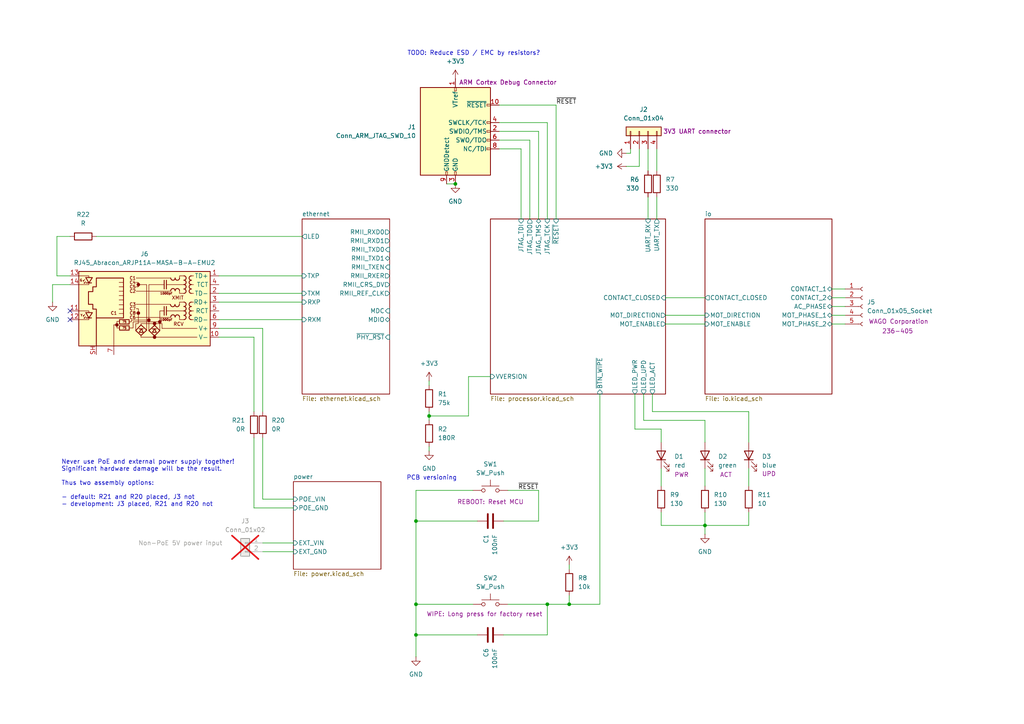
<source format=kicad_sch>
(kicad_sch (version 20250114) (generator "eeschema") (generator_version "9.0")
  (paper "A4")
  (title_block (title "iot-contact"))
  (lib_symbols
    (symbol "Connector:Conn_01x05_Socket" (pin_names (offset 1.016) (hide yes))
      (property "Reference" "J" (at 0 7.62 0))
      (property "Value" "Conn_01x05_Socket" (at 0 -7.62 0))
      (symbol "Conn_01x05_Socket_1_1"
        (polyline (pts (xy -1.27 5.08) (xy -0.508 5.08)) (stroke (width 0.1524)))
        (polyline (pts (xy -1.27 2.54) (xy -0.508 2.54)) (stroke (width 0.1524)))
        (polyline (pts (xy -1.27 0) (xy -0.508 0)) (stroke (width 0.1524)))
        (polyline (pts (xy -1.27 -2.54) (xy -0.508 -2.54)) (stroke (width 0.1524)))
        (polyline (pts (xy -1.27 -5.08) (xy -0.508 -5.08)) (stroke (width 0.1524)))
        (arc (start 0 4.572) (mid -0.5058 5.08) (end 0 5.588) (stroke (width 0.1524)))
        (arc (start 0 2.032) (mid -0.5058 2.54) (end 0 3.048) (stroke (width 0.1524)))
        (arc (start 0 -0.508) (mid -0.5058 0) (end 0 0.508) (stroke (width 0.1524)))
        (arc (start 0 -3.048) (mid -0.5058 -2.54) (end 0 -2.032) (stroke (width 0.1524)))
        (arc (start 0 -5.588) (mid -0.5058 -5.08) (end 0 -4.572) (stroke (width 0.1524)))
        (pin passive line (at -5.08 5.08 0) (length 3.81) (name "Pin_1") (number "1"))
        (pin passive line (at -5.08 2.54 0) (length 3.81) (name "Pin_2") (number "2"))
        (pin passive line (at -5.08 0 0) (length 3.81) (name "Pin_3") (number "3"))
        (pin passive line (at -5.08 -2.54 0) (length 3.81) (name "Pin_4") (number "4"))
        (pin passive line (at -5.08 -5.08 0) (length 3.81) (name "Pin_5") (number "5"))
      )
    )
    (symbol "Connector:Conn_ARM_JTAG_SWD_10" (pin_names (offset 1.016))
      (property "Reference" "J" (at -2.54 16.51 0))
      (property "Value" "Conn_ARM_JTAG_SWD_10" (at -2.54 13.97 0))
      (symbol "Conn_ARM_JTAG_SWD_10_0_1"
        (rectangle (start -10.16 12.7) (end 10.16 -12.7) (stroke (width 0.254)) (fill (type background)))
        (rectangle (start -2.794 -12.7) (end -2.286 -11.684))
        (rectangle (start -0.254 12.7) (end 0.254 11.684))
        (rectangle (start -0.254 -12.7) (end 0.254 -11.684))
        (rectangle (start 9.144 2.286) (end 10.16 2.794))
        (rectangle (start 10.16 7.874) (end 9.144 7.366))
        (rectangle (start 10.16 -0.254) (end 9.144 0.254))
        (rectangle (start 10.16 -2.794) (end 9.144 -2.286))
      )
      (symbol "Conn_ARM_JTAG_SWD_10_1_1"
        (rectangle (start 9.144 -5.334) (end 10.16 -4.826))
        (pin no_connect line (at -10.16 0 0) (length 2.54) (hide yes) (name "KEY") (number "7"))
        (pin passive line (at -2.54 -15.24 90) (length 2.54) (name "GNDDetect") (number "9"))
        (pin power_in line (at 0 15.24 270) (length 2.54) (name "VTref") (number "1"))
        (pin power_in line (at 0 -15.24 90) (length 2.54) (name "GND") (number "3"))
        (pin passive line (at 0 -15.24 90) (length 2.54) (hide yes) (name "GND") (number "5"))
        (pin open_collector line (at 12.7 7.62 180) (length 2.54) (name "~{RESET}") (number "10"))
        (pin output line (at 12.7 2.54 180) (length 2.54) (name "SWCLK/TCK") (number "4"))
        (pin bidirectional line (at 12.7 0 180) (length 2.54) (name "SWDIO/TMS") (number "2"))
        (pin input line (at 12.7 -2.54 180) (length 2.54) (name "SWO/TDO") (number "6"))
        (pin output line (at 12.7 -5.08 180) (length 2.54) (name "NC/TDI") (number "8"))
      )
    )
    (symbol "Connector:RJ45_Abracon_ARJP11A-MASA-B-A-EMU2"
      (property "Reference" "J" (at 18.415 12.7 0))
      (property "Value" "RJ45_Abracon_ARJP11A-MASA-B-A-EMU2" (at -4.445 12.7 0))
      (symbol "RJ45_Abracon_ARJP11A-MASA-B-A-EMU2_0_0"
        (polyline (pts (xy -5.08 8.89) (xy -5.08 6.35)) (stroke (width 0.254)))
        (polyline (pts (xy -5.08 1.27) (xy -5.08 -1.27)) (stroke (width 0.254)))
        (polyline (pts (xy -4.445 8.89) (xy -4.445 6.35)) (stroke (width 0.254)))
        (polyline (pts (xy -4.445 1.27) (xy -4.445 -1.27)) (stroke (width 0.254)))
        (circle (center -3.175 -3.175) (radius 0.0001) (stroke (width 0.508)))
        (circle (center -1.651 -3.683) (radius 0.0001) (stroke (width 0.508)))
        (circle (center -1.651 -7.62) (radius 0.0001) (stroke (width 0.508)))
        (circle (center 0 -2.667) (radius 0.0001) (stroke (width 0.508)))
        (circle (center 3.048 7.62) (radius 0.0001) (stroke (width 0.508)))
        (circle (center 3.048 -0.635) (radius 0.0001) (stroke (width 0.508)))
        (polyline (pts (xy 3.683 8.255) (xy 3.048 8.255) (xy 3.048 6.985) (xy 3.683 6.985)))
        (polyline (pts (xy 3.683 0.635) (xy 3.048 0.635) (xy 3.048 -0.635) (xy 3.683 -0.635)))
        (polyline (pts (xy 8.636 -4.953) (xy 9.271 -4.953) (xy 9.271 -3.048) (xy 8.636 -3.048)))
        (polyline (pts (xy 9.271 -4.064) (xy 10.16 -4.064)))
        (circle (center 9.271 -4.064) (radius 0.0001) (stroke (width 0.508)))
        (polyline (pts (xy 17.399 9.652) (xy 17.399 10.16) (xy 20.32 10.16)))
        (polyline (pts (xy 17.399 -0.508) (xy 17.399 0) (xy 20.32 0)))
        (polyline (pts (xy 20.32 7.62) (xy 17.399 7.62) (xy 17.399 8.128)))
        (polyline (pts (xy 20.32 -2.54) (xy 17.399 -2.54) (xy 17.399 -2.032)))
        (text "XMIT" (at -10.16 3.81 0) (effects (font (size 1.016 1.016)) (justify left)))
        (text "RCV" (at -10.16 -3.81 0) (effects (font (size 1.016 1.016)) (justify left)))
        (text "C1" (at 4.699 9.525 0) (effects (font (size 0.889 0.889))))
        (text "C4" (at 4.699 8.255 0) (effects (font (size 0.889 0.889))))
        (text "C5" (at 4.699 6.985 0) (effects (font (size 0.889 0.889))))
        (text "C2" (at 4.699 5.715 0) (effects (font (size 0.889 0.889))))
        (text "C3" (at 4.699 1.905 0) (effects (font (size 0.889 0.889))))
        (text "C7" (at 4.699 0.635 0) (effects (font (size 0.889 0.889))))
        (text "C8" (at 4.699 -0.635 0) (effects (font (size 0.889 0.889))))
        (text "C6" (at 4.699 -1.905 0) (effects (font (size 0.889 0.889))))
        (text "C1" (at 10.16 -0.635 0) (effects (font (size 0.889 0.889))))
      )
      (symbol "RJ45_Abracon_ARJP11A-MASA-B-A-EMU2_0_1"
        (rectangle (start -17.78 11.43) (end 20.32 -10.16) (stroke (width 0.254)) (fill (type background)))
        (polyline (pts (xy -12.3163 10.16) (xy -12.9513 10.16)))
        (polyline (pts (xy -12.3163 7.62) (xy -12.9513 7.62)))
        (polyline (pts (xy -12.3163 5.08) (xy -12.9513 5.08)))
        (polyline (pts (xy -12.3163 2.54) (xy -12.9513 2.54)))
        (polyline (pts (xy -12.3163 0) (xy -12.9513 0)))
        (polyline (pts (xy -12.3163 -2.54) (xy -12.9513 -2.54)))
        (polyline (pts (xy -10.16 10.16) (xy -8.89 10.16) (xy -8.89 9.525)))
        (polyline (pts (xy -10.16 2.54) (xy -8.89 2.54) (xy -8.89 1.905)))
        (polyline (pts (xy -8.89 5.715) (xy -8.89 5.08) (xy -10.16 5.08)))
        (polyline (pts (xy -8.89 -1.905) (xy -8.89 -2.54) (xy -10.16 -2.54)))
        (polyline (pts (xy -6.35 9.525) (xy 3.683 9.525)))
        (polyline (pts (xy -6.35 5.715) (xy 3.683 5.715)))
        (polyline (pts (xy -6.35 -1.905) (xy 3.683 -1.905)))
        (polyline (pts (xy -6.223 1.905) (xy 3.683 1.905)))
        (polyline (pts (xy -5.08 7.62) (xy -10.16 7.62)))
        (polyline (pts (xy -5.08 0) (xy -10.16 0)))
        (polyline (pts (xy -4.445 7.62) (xy 0 7.62) (xy 0 -5.715)))
        (polyline (pts (xy -4.445 0) (xy -3.175 0) (xy -3.175 -5.715)))
        (polyline (pts (xy 7.366 5.715) (xy 8.636 5.715)))
        (polyline (pts (xy 7.366 4.445) (xy 8.636 4.445)))
        (polyline (pts (xy 7.366 3.175) (xy 8.636 3.175)))
        (polyline (pts (xy 7.366 1.778) (xy 8.636 1.778)))
        (polyline (pts (xy 7.366 0.508) (xy 8.636 0.508)))
        (polyline (pts (xy 8.636 8.255) (xy 7.366 8.255)))
        (polyline (pts (xy 8.636 6.985) (xy 7.366 6.985)))
        (polyline (pts (xy 8.636 -0.762) (xy 7.366 -0.762)))
      )
      (symbol "RJ45_Abracon_ARJP11A-MASA-B-A-EMU2_1_0"
        (text "1000pF" (at -5.08 5.08 0) (effects (font (size 0.635 0.635))))
        (text "1000pF" (at -5.08 -2.54 0) (effects (font (size 0.635 0.635))))
      )
      (symbol "RJ45_Abracon_ARJP11A-MASA-B-A-EMU2_1_1"
        (polyline (pts (xy -13.97 -5.08) (xy -3.81 -5.08)))
        (polyline (pts (xy -13.97 -7.62) (xy 2.286 -7.62)))
        (arc (start -12.3163 2.54) (mid -11.684 1.905) (end -12.3163 1.27) (stroke (width 0.254)))
        (arc (start -12.3136 10.16) (mid -11.6813 9.525) (end -12.3136 8.89) (stroke (width 0.254)))
        (arc (start -12.3136 1.27) (mid -11.6813 0.635) (end -12.3136 0) (stroke (width 0.254)))
        (arc (start -12.3136 0) (mid -11.6813 -0.635) (end -12.3136 -1.27) (stroke (width 0.254)))
        (arc (start -12.3136 -1.27) (mid -11.6813 -1.905) (end -12.3136 -2.54) (stroke (width 0.254)))
        (arc (start -12.3109 8.89) (mid -11.6786 8.255) (end -12.3109 7.62) (stroke (width 0.254)))
        (arc (start -12.3109 7.62) (mid -11.6786 6.985) (end -12.3109 6.35) (stroke (width 0.254)))
        (arc (start -12.3109 6.35) (mid -11.6786 5.715) (end -12.3109 5.08) (stroke (width 0.254)))
        (arc (start -10.1654 8.89) (mid -10.7977 9.525) (end -10.1654 10.16) (stroke (width 0.254)))
        (arc (start -10.1654 7.62) (mid -10.7977 8.255) (end -10.1654 8.89) (stroke (width 0.254)))
        (arc (start -10.1654 6.35) (mid -10.7977 6.985) (end -10.1654 7.62) (stroke (width 0.254)))
        (arc (start -10.1654 1.27) (mid -10.7977 1.905) (end -10.1654 2.54) (stroke (width 0.254)))
        (arc (start -10.1654 0) (mid -10.7977 0.635) (end -10.1654 1.27) (stroke (width 0.254)))
        (arc (start -10.1654 -1.27) (mid -10.7977 -0.635) (end -10.1654 0) (stroke (width 0.254)))
        (arc (start -10.1627 5.08) (mid -10.795 5.715) (end -10.1627 6.35) (stroke (width 0.254)))
        (arc (start -10.1627 -2.54) (mid -10.795 -1.905) (end -10.1627 -1.27) (stroke (width 0.254)))
        (arc (start -7.62 9.5223) (mid -8.255 8.89) (end -8.89 9.5223) (stroke (width 0.254)))
        (arc (start -8.89 5.8447) (mid -8.255 6.477) (end -7.62 5.8447) (stroke (width 0.254)))
        (arc (start -8.89 -1.7753) (mid -8.255 -1.143) (end -7.62 -1.7753) (stroke (width 0.254)))
        (arc (start -7.5565 1.8388) (mid -8.1915 1.2065) (end -8.8265 1.8388) (stroke (width 0.254)))
        (arc (start -6.35 9.525) (mid -6.985 8.8927) (end -7.62 9.525) (stroke (width 0.254)))
        (arc (start -7.62 5.8474) (mid -6.985 6.4797) (end -6.35 5.8474) (stroke (width 0.254)))
        (arc (start -7.62 -1.7726) (mid -6.985 -1.1403) (end -6.35 -1.7726) (stroke (width 0.254)))
        (arc (start -6.2865 1.8415) (mid -6.9215 1.2092) (end -7.5565 1.8415) (stroke (width 0.254)))
        (polyline (pts (xy -3.81 -5.08) (xy -3.81 -3.683) (xy -1.651 -3.683)))
        (polyline (pts (xy -2.159 -5.207) (xy -1.016 -5.207)) (stroke (width 0.254)))
        (polyline (pts (xy -2.159 -6.223) (xy -1.016 -6.223) (xy -1.651 -5.207) (xy -2.159 -6.223)) (stroke (width 0.254)))
        (polyline (pts (xy -1.905 -3.683) (xy -1.651 -3.683) (xy -1.651 -4.191)))
        (polyline (pts (xy -1.651 -3.683) (xy 2.286 -3.683) (xy 2.286 -4.064)))
        (polyline (pts (xy -1.651 -4.191) (xy -3.175 -5.715) (xy -1.651 -7.239) (xy 0 -5.715) (xy -1.651 -4.191)) (stroke (width 0.254)))
        (polyline (pts (xy -1.651 -7.239) (xy -1.651 -7.493)))
        (polyline (pts (xy 1.651 -5.207) (xy 2.794 -5.207)) (stroke (width 0.254)))
        (polyline (pts (xy 1.651 -6.223) (xy 2.794 -6.223) (xy 2.159 -5.207) (xy 1.651 -6.223)) (stroke (width 0.254)))
        (polyline (pts (xy 2.286 -4.064) (xy 0.635 -5.588) (xy 2.286 -7.112) (xy 3.81 -5.715) (xy 2.286 -4.064)) (stroke (width 0.254)))
        (polyline (pts (xy 2.286 -7.112) (xy 2.286 -7.62)))
        (polyline (pts (xy 3.048 7.62) (xy 0.635 7.62) (xy 0.635 -5.588)))
        (polyline (pts (xy 3.048 -0.508) (xy 3.048 -3.683) (xy 3.81 -3.683) (xy 3.81 -5.715)))
        (polyline (pts (xy 5.715 -3.175) (xy 5.08 -3.175) (xy 5.08 -2.667) (xy 0 -2.667)))
        (polyline (pts (xy 5.715 -4.953) (xy 4.572 -4.953) (xy 4.572 -3.175) (xy -3.175 -3.175)))
        (polyline (pts (xy 7.366 -2.032) (xy 7.366 9.525) (xy 15.24 9.525) (xy 15.24 6.985) (xy 16.256 6.985) (xy 16.256 5.588) (xy 17.526 5.588) (xy 17.526 1.905) (xy 16.256 1.905) (xy 16.256 0.508) (xy 15.24 0.508) (xy 15.24 -2.032) (xy 7.366 -2.032)) (stroke (width 0.254)))
        (rectangle (start 8.509 -3.81) (end 5.715 -2.54) (stroke (width 0.254)))
        (rectangle (start 8.509 -5.588) (end 5.715 -4.318) (stroke (width 0.254)))
        (polyline (pts (xy 10.16 -4.064) (xy 10.16 -10.16)))
        (polyline (pts (xy 15.24 -10.16) (xy 15.24 -2.032)) (stroke (width 0.254)))
        (polyline (pts (xy 18.161 8.128) (xy 16.637 8.128)) (stroke (width 0.254)))
        (polyline (pts (xy 18.161 -2.032) (xy 16.637 -2.032)) (stroke (width 0.254)))
        (polyline (pts (xy 18.288 9.652) (xy 16.383 9.652) (xy 17.399 8.128) (xy 18.288 9.652)) (stroke (width 0.254)))
        (polyline (pts (xy 18.288 8.509) (xy 18.796 8.001) (xy 18.542 8.001)))
        (polyline (pts (xy 18.288 -0.508) (xy 16.383 -0.508) (xy 17.399 -2.032) (xy 18.288 -0.508)) (stroke (width 0.254)))
        (polyline (pts (xy 18.288 -1.651) (xy 18.796 -2.159) (xy 18.542 -2.159)))
        (polyline (pts (xy 18.542 9.144) (xy 19.05 8.636) (xy 18.796 8.636)))
        (polyline (pts (xy 18.542 -1.016) (xy 19.05 -1.524) (xy 18.796 -1.524)))
        (polyline (pts (xy 18.796 8.001) (xy 18.796 8.255)))
        (polyline (pts (xy 18.796 -2.159) (xy 18.796 -1.905)))
        (polyline (pts (xy 19.05 8.636) (xy 19.05 8.89)))
        (polyline (pts (xy 19.05 -1.524) (xy 19.05 -1.27)))
        (text "75" (at 7.112 -3.175 0) (effects (font (size 0.635 0.635))))
        (text "75" (at 7.112 -4.953 0) (effects (font (size 0.635 0.635))))
        (text "Y" (at 19.558 -1.27 0) (effects (font (size 0.635 0.635))))
        (text "G" (at 19.685 8.89 0) (effects (font (size 0.635 0.635))))
        (pin passive line (at -20.32 10.16 0) (length 2.54) (name "TD+") (number "1"))
        (pin passive line (at -20.32 7.62 0) (length 2.54) (name "TCT") (number "4"))
        (pin passive line (at -20.32 5.08 0) (length 2.54) (name "TD-") (number "2"))
        (pin passive line (at -20.32 2.54 0) (length 2.54) (name "RD+") (number "3"))
        (pin passive line (at -20.32 0 0) (length 2.54) (name "RCT") (number "5"))
        (pin passive line (at -20.32 -2.54 0) (length 2.54) (name "RD-") (number "6"))
        (pin power_out line (at -20.32 -5.08 0) (length 2.54) (name "V+") (number "9"))
        (pin power_out line (at -20.32 -7.62 0) (length 2.54) (name "V-") (number "10"))
        (pin power_in line (at 10.16 -12.7 90) (length 2.54) (name "") (number "7"))
        (pin passive line (at 15.24 -12.7 90) (length 2.54) (name "") (number "SH"))
        (pin no_connect line (at 20.32 5.08 0) (length 0) (hide yes) (name "NC") (number "8"))
        (pin passive line (at 22.86 10.16 180) (length 2.54) (name "") (number "13"))
        (pin passive line (at 22.86 7.62 180) (length 2.54) (name "") (number "14"))
        (pin passive line (at 22.86 0 180) (length 2.54) (name "") (number "11"))
        (pin passive line (at 22.86 -2.54 180) (length 2.54) (name "") (number "12"))
      )
    )
    (symbol "Connector_Generic:Conn_01x02" (pin_names (offset 1.016) (hide yes))
      (property "Reference" "J" (at 0 2.54 0))
      (property "Value" "Conn_01x02" (at 0 -5.08 0))
      (symbol "Conn_01x02_1_1"
        (rectangle (start -1.27 1.27) (end 1.27 -3.81) (stroke (width 0.254)) (fill (type background)))
        (rectangle (start -1.27 0.127) (end 0 -0.127) (stroke (width 0.1524)))
        (rectangle (start -1.27 -2.413) (end 0 -2.667) (stroke (width 0.1524)))
        (pin passive line (at -5.08 0 0) (length 3.81) (name "Pin_1") (number "1"))
        (pin passive line (at -5.08 -2.54 0) (length 3.81) (name "Pin_2") (number "2"))
      )
    )
    (symbol "Connector_Generic:Conn_01x04" (pin_names (offset 1.016) (hide yes))
      (property "Reference" "J" (at 0 5.08 0))
      (property "Value" "Conn_01x04" (at 0 -7.62 0))
      (symbol "Conn_01x04_1_1"
        (rectangle (start -1.27 3.81) (end 1.27 -6.35) (stroke (width 0.254)) (fill (type background)))
        (rectangle (start -1.27 2.667) (end 0 2.413) (stroke (width 0.1524)))
        (rectangle (start -1.27 0.127) (end 0 -0.127) (stroke (width 0.1524)))
        (rectangle (start -1.27 -2.413) (end 0 -2.667) (stroke (width 0.1524)))
        (rectangle (start -1.27 -4.953) (end 0 -5.207) (stroke (width 0.1524)))
        (pin passive line (at -5.08 2.54 0) (length 3.81) (name "Pin_1") (number "1"))
        (pin passive line (at -5.08 0 0) (length 3.81) (name "Pin_2") (number "2"))
        (pin passive line (at -5.08 -2.54 0) (length 3.81) (name "Pin_3") (number "3"))
        (pin passive line (at -5.08 -5.08 0) (length 3.81) (name "Pin_4") (number "4"))
      )
    )
    (symbol "Device:C" (pin_numbers (hide yes)) (pin_names (offset 0.254))
      (property "Reference" "C" (at 0.635 2.54 0))
      (property "Value" "C" (at 0.635 -2.54 0))
      (symbol "C_0_1"
        (polyline (pts (xy -2.032 0.762) (xy 2.032 0.762)) (stroke (width 0.508)))
        (polyline (pts (xy -2.032 -0.762) (xy 2.032 -0.762)) (stroke (width 0.508)))
      )
      (symbol "C_1_1"
        (pin passive line (at 0 3.81 270) (length 2.794) (name "~") (number "1"))
        (pin passive line (at 0 -3.81 90) (length 2.794) (name "~") (number "2"))
      )
    )
    (symbol "Device:LED" (pin_numbers (hide yes)) (pin_names (offset 1.016) (hide yes))
      (property "Reference" "D" (at 0 2.54 0))
      (property "Value" "LED" (at 0 -2.54 0))
      (symbol "LED_0_1"
        (polyline (pts (xy -3.048 -0.762) (xy -4.572 -2.286) (xy -3.81 -2.286) (xy -4.572 -2.286) (xy -4.572 -1.524)))
        (polyline (pts (xy -1.778 -0.762) (xy -3.302 -2.286) (xy -2.54 -2.286) (xy -3.302 -2.286) (xy -3.302 -1.524)))
        (polyline (pts (xy -1.27 0) (xy 1.27 0)))
        (polyline (pts (xy -1.27 -1.27) (xy -1.27 1.27)) (stroke (width 0.254)))
        (polyline (pts (xy 1.27 -1.27) (xy 1.27 1.27) (xy -1.27 0) (xy 1.27 -1.27)) (stroke (width 0.254)))
      )
      (symbol "LED_1_1"
        (pin passive line (at -3.81 0 0) (length 2.54) (name "K") (number "1"))
        (pin passive line (at 3.81 0 180) (length 2.54) (name "A") (number "2"))
      )
    )
    (symbol "Device:R" (pin_numbers (hide yes)) (pin_names (offset 0))
      (property "Reference" "R" (at 2.032 0 90))
      (property "Value" "R" (at 0 0 90))
      (symbol "R_0_1"
        (rectangle (start -1.016 -2.54) (end 1.016 2.54) (stroke (width 0.254)))
      )
      (symbol "R_1_1"
        (pin passive line (at 0 3.81 270) (length 1.27) (name "~") (number "1"))
        (pin passive line (at 0 -3.81 90) (length 1.27) (name "~") (number "2"))
      )
    )
    (symbol "Switch:SW_Push" (pin_numbers (hide yes)) (pin_names (offset 1.016) (hide yes))
      (property "Reference" "SW" (at 1.27 2.54 0))
      (property "Value" "SW_Push" (at 0 -1.524 0))
      (symbol "SW_Push_0_1"
        (circle (center -2.032 0) (radius 0.508))
        (polyline (pts (xy 0 1.27) (xy 0 3.048)))
        (circle (center 2.032 0) (radius 0.508))
        (polyline (pts (xy 2.54 1.27) (xy -2.54 1.27)))
        (pin passive line (at -5.08 0 0) (length 2.54) (name "1") (number "1"))
        (pin passive line (at 5.08 0 180) (length 2.54) (name "2") (number "2"))
      )
    )
    (symbol "power:+3V3" (power) (pin_numbers (hide yes)) (pin_names (offset 0) (hide yes))
      (property "Value" "+3V3" (at 0 3.556 0))
      (symbol "+3V3_0_1"
        (polyline (pts (xy -0.762 1.27) (xy 0 2.54)))
        (polyline (pts (xy 0 2.54) (xy 0.762 1.27)))
        (polyline (pts (xy 0 0) (xy 0 2.54)))
      )
      (symbol "+3V3_1_1"
        (pin power_in line (at 0 0 90) (length 0) (name "~") (number "1"))
      )
    )
    (symbol "power:GND" (power) (pin_numbers (hide yes)) (pin_names (offset 0) (hide yes))
      (property "Value" "GND" (at 0 -3.81 0))
      (symbol "GND_0_1"
        (polyline (pts (xy 0 0) (xy 0 -1.27) (xy 1.27 -1.27) (xy 0 -2.54) (xy -1.27 -1.27) (xy 0 -1.27)))
      )
      (symbol "GND_1_1"
        (pin power_in line (at 0 0 270) (length 0) (name "~") (number "1"))
      )
    )
  )
  (text "Never use PoE and external power supply together!\nSignificant hardware damage will be the result.\n\nThus two assembly options:\n\n- default: R21 and R20 placed, J3 not\n- development: J3 placed, R21 and R20 not" (at 17.78 140.208 0) (effects (font (size 1.27 1.27)) (justify left)))
  (text "PCB versioning" (at 125.222 138.684 0) (effects (font (size 1.27 1.27))))
  (text "TODO: Reduce ESD / EMC by resistors?" (at 137.414 15.494 0) (effects (font (size 1.27 1.27))))
  (junction (at 120.65 184.15))
  (junction (at 120.65 175.26))
  (junction (at 204.47 152.4))
  (junction (at 165.1 175.26))
  (junction (at 120.65 151.13))
  (junction (at 158.75 175.26))
  (junction (at 124.46 120.65))
  (junction (at 132.08 53.34))
  (no_connect (at 20.32 90.17))
  (no_connect (at 20.32 92.71))
  (wire (pts (xy 204.47 152.4) (xy 204.47 154.94)))
  (wire (pts (xy 153.67 40.64) (xy 153.67 63.5)))
  (wire (pts (xy 190.5 57.15) (xy 190.5 63.5)))
  (wire (pts (xy 241.3 93.98) (xy 245.11 93.98)))
  (wire (pts (xy 120.65 175.26) (xy 137.16 175.26)))
  (wire (pts (xy 120.65 175.26) (xy 120.65 184.15)))
  (wire (pts (xy 124.46 119.38) (xy 124.46 120.65)))
  (wire (pts (xy 76.2 127) (xy 76.2 144.78)))
  (wire (pts (xy 146.05 151.13) (xy 156.21 151.13)))
  (wire (pts (xy 185.42 48.26) (xy 181.61 48.26)))
  (wire (pts (xy 158.75 184.15) (xy 158.75 175.26)))
  (wire (pts (xy 147.32 175.26) (xy 158.75 175.26)))
  (wire (pts (xy 191.77 148.59) (xy 191.77 152.4)))
  (wire (pts (xy 20.32 82.55) (xy 15.24 82.55)))
  (wire (pts (xy 144.78 35.56) (xy 158.75 35.56)))
  (wire (pts (xy 165.1 175.26) (xy 158.75 175.26)))
  (wire (pts (xy 193.04 86.36) (xy 204.47 86.36)))
  (wire (pts (xy 144.78 30.48) (xy 161.29 30.48)))
  (wire (pts (xy 161.29 30.48) (xy 161.29 63.5)))
  (wire (pts (xy 16.51 68.58) (xy 16.51 80.01)))
  (wire (pts (xy 173.99 114.3) (xy 173.99 175.26)))
  (wire (pts (xy 27.94 68.58) (xy 87.63 68.58)))
  (wire (pts (xy 120.65 142.24) (xy 120.65 151.13)))
  (wire (pts (xy 191.77 152.4) (xy 204.47 152.4)))
  (wire (pts (xy 241.3 91.44) (xy 245.11 91.44)))
  (wire (pts (xy 129.54 53.34) (xy 132.08 53.34)))
  (wire (pts (xy 16.51 80.01) (xy 20.32 80.01)))
  (wire (pts (xy 189.23 114.3) (xy 189.23 119.38)))
  (wire (pts (xy 144.78 40.64) (xy 153.67 40.64)))
  (wire (pts (xy 73.66 97.79) (xy 73.66 119.38)))
  (wire (pts (xy 181.61 44.45) (xy 182.88 44.45)))
  (wire (pts (xy 187.96 57.15) (xy 187.96 63.5)))
  (wire (pts (xy 63.5 95.25) (xy 76.2 95.25)))
  (wire (pts (xy 124.46 120.65) (xy 124.46 121.92)))
  (wire (pts (xy 135.89 109.22) (xy 142.24 109.22)))
  (wire (pts (xy 241.3 83.82) (xy 245.11 83.82)))
  (wire (pts (xy 120.65 151.13) (xy 120.65 175.26)))
  (wire (pts (xy 124.46 120.65) (xy 135.89 120.65)))
  (wire (pts (xy 124.46 129.54) (xy 124.46 130.81)))
  (wire (pts (xy 63.5 92.71) (xy 87.63 92.71)))
  (wire (pts (xy 184.15 124.46) (xy 184.15 114.3)))
  (wire (pts (xy 185.42 43.18) (xy 185.42 48.26)))
  (wire (pts (xy 241.3 86.36) (xy 245.11 86.36)))
  (wire (pts (xy 217.17 135.89) (xy 217.17 140.97)))
  (wire (pts (xy 144.78 43.18) (xy 151.13 43.18)))
  (wire (pts (xy 120.65 151.13) (xy 138.43 151.13)))
  (wire (pts (xy 165.1 163.83) (xy 165.1 165.1)))
  (wire (pts (xy 187.96 43.18) (xy 187.96 49.53)))
  (wire (pts (xy 165.1 172.72) (xy 165.1 175.26)))
  (wire (pts (xy 241.3 88.9) (xy 245.11 88.9)))
  (wire (pts (xy 124.46 110.49) (xy 124.46 111.76)))
  (wire (pts (xy 182.88 44.45) (xy 182.88 43.18)))
  (wire (pts (xy 120.65 184.15) (xy 120.65 190.5)))
  (wire (pts (xy 76.2 160.02) (xy 85.09 160.02)))
  (wire (pts (xy 156.21 38.1) (xy 156.21 63.5)))
  (wire (pts (xy 73.66 127) (xy 73.66 147.32)))
  (wire (pts (xy 189.23 119.38) (xy 217.17 119.38)))
  (wire (pts (xy 63.5 97.79) (xy 73.66 97.79)))
  (wire (pts (xy 190.5 43.18) (xy 190.5 49.53)))
  (wire (pts (xy 193.04 91.44) (xy 204.47 91.44)))
  (wire (pts (xy 217.17 152.4) (xy 204.47 152.4)))
  (wire (pts (xy 76.2 144.78) (xy 85.09 144.78)))
  (wire (pts (xy 173.99 175.26) (xy 165.1 175.26)))
  (wire (pts (xy 158.75 35.56) (xy 158.75 63.5)))
  (wire (pts (xy 186.69 114.3) (xy 186.69 121.92)))
  (wire (pts (xy 63.5 80.01) (xy 87.63 80.01)))
  (wire (pts (xy 144.78 38.1) (xy 156.21 38.1)))
  (wire (pts (xy 191.77 124.46) (xy 191.77 128.27)))
  (wire (pts (xy 204.47 135.89) (xy 204.47 140.97)))
  (wire (pts (xy 204.47 121.92) (xy 204.47 128.27)))
  (wire (pts (xy 151.13 43.18) (xy 151.13 63.5)))
  (wire (pts (xy 186.69 121.92) (xy 204.47 121.92)))
  (wire (pts (xy 76.2 157.48) (xy 85.09 157.48)))
  (wire (pts (xy 120.65 142.24) (xy 137.16 142.24)))
  (wire (pts (xy 217.17 119.38) (xy 217.17 128.27)))
  (wire (pts (xy 193.04 93.98) (xy 204.47 93.98)))
  (wire (pts (xy 191.77 124.46) (xy 184.15 124.46)))
  (wire (pts (xy 135.89 120.65) (xy 135.89 109.22)))
  (wire (pts (xy 73.66 147.32) (xy 85.09 147.32)))
  (wire (pts (xy 191.77 135.89) (xy 191.77 140.97)))
  (wire (pts (xy 204.47 148.59) (xy 204.47 152.4)))
  (wire (pts (xy 147.32 142.24) (xy 156.21 142.24)))
  (wire (pts (xy 20.32 68.58) (xy 16.51 68.58)))
  (wire (pts (xy 146.05 184.15) (xy 158.75 184.15)))
  (wire (pts (xy 15.24 82.55) (xy 15.24 87.63)))
  (wire (pts (xy 76.2 95.25) (xy 76.2 119.38)))
  (wire (pts (xy 217.17 148.59) (xy 217.17 152.4)))
  (wire (pts (xy 138.43 184.15) (xy 120.65 184.15)))
  (wire (pts (xy 63.5 85.09) (xy 87.63 85.09)))
  (wire (pts (xy 156.21 151.13) (xy 156.21 142.24)))
  (wire (pts (xy 63.5 87.63) (xy 87.63 87.63)))
  (label "~{RESET}" (at 161.29 30.48 0))
  (label "~{RESET}" (at 156.21 142.24 180))
  (symbol (lib_id "Device:R") (at 217.17 144.78 0) (unit 1)
    (property "Reference" "R11" (at 219.71 143.5099 0) (effects (justify left)))
    (property "Value" "10" (at 219.71 146.0499 0) (effects (justify left)))
    (property "Description" "Resistor" (effects (hide yes)))
  )
  (symbol (lib_id "Connector:RJ45_Abracon_ARJP11A-MASA-B-A-EMU2") (at 43.18 90.17 0) (mirror y) (unit 1)
    (property "Reference" "J6" (at 41.91 73.66 0))
    (property "Value" "RJ45_Abracon_ARJP11A-MASA-B-A-EMU2" (at 41.91 76.2 0))
    (property "Footprint" "Connector_RJ:RJ45_Abracon_ARJP11A-MA_Horizontal" (effects (hide yes)))
    (property "Datasheet" "https://abracon.com/Magnetics/lan/ARJP11A.PDF" (effects (hide yes)))
    (property "Description" "RJ45 PoE 10/100 Base-TX Jack with Magnetic Module" (effects (hide yes)))
  )
  (symbol (lib_id "Switch:SW_Push") (at 142.24 142.24 0) (mirror y) (unit 1)
    (property "Reference" "SW1" (at 142.24 134.62 0))
    (property "Value" "SW_Push" (at 142.24 137.16 0))
    (property "Footprint" "Button_Switch_SMD:SW_SPST_TL3305B" (effects (hide yes)))
    (property "Datasheet" "https://www.e-switch.com/wp-content/uploads/2024/08/TL3305.pdf" (effects (hide yes)))
    (property "Description" "REBOOT: Reset MCU" (at 132.588 145.542 0) (effects (justify right)))
    (property "MPN" "TL3305BF260QG" (effects (hide yes)))
    (property "Manufacturer" "E-Switch" (effects (hide yes)))
  )
  (symbol (lib_id "Device:R") (at 124.46 125.73 0) (unit 1)
    (property "Reference" "R2" (at 127 124.4599 0) (effects (justify left)))
    (property "Value" "180R" (at 127 126.9999 0) (effects (justify left)))
    (property "Description" "Resistor" (effects (hide yes)))
  )
  (symbol (lib_id "Device:R") (at 76.2 123.19 0) (unit 1)
    (property "Reference" "R20" (at 78.74 121.9199 0) (effects (justify left)))
    (property "Value" "0R" (at 78.74 124.4599 0) (effects (justify left)))
    (property "Description" "Resistor" (effects (hide yes)))
  )
  (symbol (lib_id "Device:R") (at 190.5 53.34 0) (unit 1)
    (property "Reference" "R7" (at 193.04 52.0699 0) (effects (justify left)))
    (property "Value" "330" (at 193.04 54.6099 0) (effects (justify left)))
    (property "Description" "Resistor" (effects (hide yes)))
  )
  (symbol (lib_id "Switch:SW_Push") (at 142.24 175.26 0) (mirror y) (unit 1)
    (property "Reference" "SW2" (at 142.24 167.64 0))
    (property "Value" "SW_Push" (at 142.24 170.18 0))
    (property "Footprint" "Button_Switch_SMD:SW_SPST_TL3305B" (effects (hide yes)))
    (property "Datasheet" "https://www.e-switch.com/wp-content/uploads/2024/08/TL3305.pdf" (effects (hide yes)))
    (property "Description" "WIPE: Long press for factory reset" (at 123.698 178.054 0) (effects (justify right)))
    (property "MPN" "TL3305BF260QG" (effects (hide yes)))
    (property "Manufacturer" "E-Switch" (effects (hide yes)))
  )
  (symbol (lib_id "Device:R") (at 124.46 115.57 0) (unit 1)
    (property "Reference" "R1" (at 127 114.2999 0) (effects (justify left)))
    (property "Value" "75k" (at 127 116.8399 0) (effects (justify left)))
    (property "Description" "Resistor" (effects (hide yes)))
  )
  (symbol (lib_id "Device:LED") (at 217.17 132.08 90) (unit 1)
    (property "Reference" "D3" (at 220.98 132.3974 90) (effects (justify right)))
    (property "Value" "blue" (at 220.98 134.9374 90) (effects (justify right)))
    (property "Footprint" "LED_SMD:LED_1206_3216Metric" (effects (hide yes)))
    (property "Datasheet" "https://s3-us-west-2.amazonaws.com/catsy.557/Dialight_CBI_data_598-1206_Apr2018.pdf" (effects (hide yes)))
    (property "Description" "UPD" (at 220.98 137.414 90) (effects (justify right)))
    (property "MPN" "598-8291-107F" (effects (hide yes)))
    (property "Manufacturer" "Dialight" (effects (hide yes)))
  )
  (symbol (lib_id "Connector_Generic:Conn_01x04") (at 185.42 38.1 90) (unit 1)
    (property "Reference" "J2" (at 186.69 31.75 90))
    (property "Value" "Conn_01x04" (at 186.69 34.29 90))
    (property "Footprint" "Connector_PinHeader_2.54mm:PinHeader_1x04_P2.54mm_Vertical" (effects (hide yes)))
    (property "Description" "3V3 UART connector" (at 202.184 38.1 90))
  )
  (symbol (lib_id "Device:R") (at 73.66 123.19 0) (unit 1)
    (property "Reference" "R21" (at 71.12 121.9199 0) (effects (justify right)))
    (property "Value" "0R" (at 71.12 124.4599 0) (effects (justify right)))
    (property "Description" "Resistor" (effects (hide yes)))
  )
  (symbol (lib_id "Device:R") (at 165.1 168.91 0) (unit 1)
    (property "Reference" "R8" (at 167.64 167.6399 0) (effects (justify left)))
    (property "Value" "10k" (at 167.64 170.1799 0) (effects (justify left)))
    (property "Description" "Resistor" (effects (hide yes)))
  )
  (symbol (lib_id "Connector:Conn_ARM_JTAG_SWD_10") (at 132.08 38.1 0) (unit 1)
    (property "Reference" "J1" (at 120.65 36.8299 0) (effects (justify right)))
    (property "Value" "Conn_ARM_JTAG_SWD_10" (at 120.65 39.3699 0) (effects (justify right)))
    (property "Datasheet" "https://mm.digikey.com/Volume0/opasdata/d220001/medias/docus/6209/ftsh-1xx-xx-xxx-dv-xxx-xxx-x-xx-mkt.pdf" (effects (hide yes)))
    (property "Description" "ARM Cortex Debug Connector" (at 147.32 23.876 0))
    (property "MPN" "FTSH-105-01-L-DV-007-K-TR" (effects (hide yes)))
    (property "Manufacturer" "samtec" (effects (hide yes)))
  )
  (symbol (lib_id "Connector_Generic:Conn_01x02") (at 71.12 157.48 0) (mirror y) (unit 1) (dnp yes)
    (property "Reference" "J3" (at 71.12 151.13 0))
    (property "Value" "Conn_01x02" (at 71.12 153.67 0))
    (property "Footprint" "Connector_PinHeader_2.54mm:PinHeader_1x02_P2.54mm_Vertical" (effects (hide yes)))
    (property "Description" "Non-PoE 5V power input" (at 52.324 157.48 0))
  )
  (symbol (lib_id "power:GND") (at 120.65 190.5 0) (unit 1)
    (property "Reference" "#PWR04" (effects (hide yes)))
    (property "Value" "GND" (at 120.65 195.58 0))
    (property "Description" "Power symbol creates a global label with name \"GND\" , ground" (effects (hide yes)))
  )
  (symbol (lib_id "Connector:Conn_01x05_Socket") (at 250.19 88.9 0) (unit 1)
    (property "Reference" "J5" (at 251.46 87.6299 0) (effects (justify left)))
    (property "Value" "Conn_01x05_Socket" (at 251.46 90.1699 0) (effects (justify left)))
    (property "Footprint" "TerminalBlock_WAGO:TerminalBlock_WAGO_236-405_1x05_P5.00mm_45Degree" (effects (hide yes)))
    (property "Description" "Generic connector, single row, 01x05, script generated" (effects (hide yes)))
    (property "MPN" "236-405" (at 260.35 96.012 0))
    (property "Manufacturer" "WAGO Corporation" (at 260.604 93.218 0))
  )
  (symbol (lib_id "power:+3V3") (at 181.61 48.26 90) (unit 1)
    (property "Reference" "#PWR06" (effects (hide yes)))
    (property "Value" "+3V3" (at 177.8 48.2599 90) (effects (justify left)))
    (property "Description" "Power symbol creates a global label with name \"+3V3\"" (effects (hide yes)))
  )
  (symbol (lib_id "power:+3V3") (at 165.1 163.83 0) (unit 1)
    (property "Reference" "#PWR013" (effects (hide yes)))
    (property "Value" "+3V3" (at 165.1 158.75 0))
    (property "Description" "Power symbol creates a global label with name \"+3V3\"" (effects (hide yes)))
  )
  (symbol (lib_id "Device:LED") (at 204.47 132.08 90) (unit 1)
    (property "Reference" "D2" (at 208.28 132.3974 90) (effects (justify right)))
    (property "Value" "green" (at 208.28 134.9374 90) (effects (justify right)))
    (property "Footprint" "LED_SMD:LED_1206_3216Metric" (effects (hide yes)))
    (property "Datasheet" "https://s3-us-west-2.amazonaws.com/catsy.557/Dialight_CBI_data_598-1206_Apr2018.pdf" (effects (hide yes)))
    (property "Description" "ACT" (at 208.788 137.668 90) (effects (justify right)))
    (property "MPN" "598-8270-107F" (effects (hide yes)))
    (property "Manufacturer" "Dialight" (effects (hide yes)))
  )
  (symbol (lib_id "Device:R") (at 191.77 144.78 0) (unit 1)
    (property "Reference" "R9" (at 194.31 143.5099 0) (effects (justify left)))
    (property "Value" "130" (at 194.31 146.0499 0) (effects (justify left)))
    (property "Description" "Resistor" (effects (hide yes)))
  )
  (symbol (lib_id "Device:R") (at 187.96 53.34 0) (mirror y) (unit 1)
    (property "Reference" "R6" (at 185.42 52.0699 0) (effects (justify left)))
    (property "Value" "330" (at 185.42 54.6099 0) (effects (justify left)))
    (property "Description" "Resistor" (effects (hide yes)))
  )
  (symbol (lib_id "power:GND") (at 132.08 53.34 0) (unit 1)
    (property "Reference" "#PWR02" (effects (hide yes)))
    (property "Value" "GND" (at 132.08 58.42 0))
    (property "Description" "Power symbol creates a global label with name \"GND\" , ground" (effects (hide yes)))
  )
  (symbol (lib_id "power:+3V3") (at 124.46 110.49 0) (unit 1)
    (property "Reference" "#PWR09" (effects (hide yes)))
    (property "Value" "+3V3" (at 124.46 105.41 0))
    (property "Description" "Power symbol creates a global label with name \"+3V3\"" (effects (hide yes)))
  )
  (symbol (lib_id "power:GND") (at 204.47 154.94 0) (unit 1)
    (property "Reference" "#PWR03" (effects (hide yes)))
    (property "Value" "GND" (at 204.47 160.02 0))
    (property "Description" "Power symbol creates a global label with name \"GND\" , ground" (effects (hide yes)))
  )
  (symbol (lib_id "power:GND") (at 181.61 44.45 270) (unit 1)
    (property "Reference" "#PWR05" (effects (hide yes)))
    (property "Value" "GND" (at 177.8 44.4499 90) (effects (justify right)))
    (property "Description" "Power symbol creates a global label with name \"GND\" , ground" (effects (hide yes)))
  )
  (symbol (lib_id "Device:C") (at 142.24 151.13 90) (mirror x) (unit 1)
    (property "Reference" "C1" (at 140.9699 154.94 0) (effects (justify left)))
    (property "Value" "100nF" (at 143.5099 154.94 0) (effects (justify left)))
    (property "Description" "Unpolarized capacitor" (effects (hide yes)))
  )
  (symbol (lib_id "power:GND") (at 124.46 130.81 0) (unit 1)
    (property "Reference" "#PWR010" (effects (hide yes)))
    (property "Value" "GND" (at 124.46 135.89 0))
    (property "Description" "Power symbol creates a global label with name \"GND\" , ground" (effects (hide yes)))
  )
  (symbol (lib_id "Device:C") (at 142.24 184.15 90) (mirror x) (unit 1)
    (property "Reference" "C6" (at 140.9699 187.96 0) (effects (justify left)))
    (property "Value" "100nF" (at 143.5099 187.96 0) (effects (justify left)))
    (property "Description" "Unpolarized capacitor" (effects (hide yes)))
  )
  (symbol (lib_id "power:GND") (at 15.24 87.63 0) (unit 1)
    (property "Reference" "#PWR08" (effects (hide yes)))
    (property "Value" "GND" (at 15.24 92.71 0))
    (property "Description" "Power symbol creates a global label with name \"GND\" , ground" (effects (hide yes)))
  )
  (symbol (lib_id "Device:R") (at 24.13 68.58 90) (unit 1)
    (property "Reference" "R22" (at 24.13 62.23 90))
    (property "Value" "R" (at 24.13 64.77 90))
    (property "Description" "Resistor" (effects (hide yes)))
  )
  (symbol (lib_id "Device:R") (at 204.47 144.78 0) (unit 1)
    (property "Reference" "R10" (at 207.01 143.5099 0) (effects (justify left)))
    (property "Value" "130" (at 207.01 146.0499 0) (effects (justify left)))
    (property "Description" "Resistor" (effects (hide yes)))
  )
  (symbol (lib_id "power:+3V3") (at 132.08 22.86 0) (unit 1)
    (property "Reference" "#PWR01" (effects (hide yes)))
    (property "Value" "+3V3" (at 132.08 17.78 0))
    (property "Description" "Power symbol creates a global label with name \"+3V3\"" (effects (hide yes)))
  )
  (symbol (lib_id "Device:LED") (at 191.77 132.08 90) (unit 1)
    (property "Reference" "D1" (at 195.58 132.3974 90) (effects (justify right)))
    (property "Value" "red" (at 195.58 134.9374 90) (effects (justify right)))
    (property "Footprint" "LED_SMD:LED_1206_3216Metric" (effects (hide yes)))
    (property "Datasheet" "https://s3-us-west-2.amazonaws.com/catsy.557/Dialight_CBI_data_598-1206_Apr2018.pdf" (effects (hide yes)))
    (property "Description" "PWR" (at 195.58 137.668 90) (effects (justify right)))
    (property "MPN" "598-8210-107F" (effects (hide yes)))
    (property "Manufacturer" "Dialight" (effects (hide yes)))
  )
  (sheet (at 87.63 63.5) (size 25.4 50.8) (stroke (width 0.1524))
    (property "Sheetname" "ethernet" (at 87.63 62.7884 0) (effects (justify left bottom)))
    (property "Sheetfile" "ethernet.kicad_sch" (at 87.63 114.8846 0) (effects (justify left top)))
    (pin "RMII_RXD0" output (at 113.03 67.31 0))
    (pin "RMII_RXD1" output (at 113.03 69.85 0))
    (pin "RMII_TXD0" input (at 113.03 72.39 0))
    (pin "RMII_TXD1" bidirectional (at 113.03 74.93 0))
    (pin "RMII_TXEN" input (at 113.03 77.47 0))
    (pin "~{PHY_RST}" input (at 113.03 97.79 0))
    (pin "RMII_RXER" output (at 113.03 80.01 0))
    (pin "RMII_CRS_DV" output (at 113.03 82.55 0))
    (pin "RMII_REF_CLK" output (at 113.03 85.09 0))
    (pin "MDC" input (at 113.03 90.17 0))
    (pin "MDIO" bidirectional (at 113.03 92.71 0))
    (pin "LED" output (at 87.63 68.58 180))
    (pin "RXM" input (at 87.63 92.71 180))
    (pin "RXP" input (at 87.63 87.63 180))
    (pin "TXM" input (at 87.63 85.09 180))
    (pin "TXP" input (at 87.63 80.01 180))
  )
  (sheet (at 204.47 63.5) (size 36.83 50.8) (stroke (width 0.1524))
    (property "Sheetname" "io" (at 204.47 62.7884 0) (effects (justify left bottom)))
    (property "Sheetfile" "io.kicad_sch" (at 204.47 114.8846 0) (effects (justify left top)))
    (pin "AC_PHASE" bidirectional (at 241.3 88.9 0))
    (pin "MOT_PHASE_1" bidirectional (at 241.3 91.44 0))
    (pin "MOT_PHASE_2" bidirectional (at 241.3 93.98 0))
    (pin "CONTACT_1" bidirectional (at 241.3 83.82 0))
    (pin "CONTACT_2" bidirectional (at 241.3 86.36 0))
    (pin "MOT_DIRECTION" input (at 204.47 91.44 180))
    (pin "MOT_ENABLE" input (at 204.47 93.98 180))
    (pin "CONTACT_CLOSED" output (at 204.47 86.36 180))
  )
  (sheet (at 142.24 63.5) (size 50.8 50.8) (stroke (width 0.1524))
    (property "Sheetname" "processor" (effects (hide yes)))
    (property "Sheetfile" "processor.kicad_sch" (at 142.24 114.8846 0) (effects (justify left top)))
    (pin "JTAG_TDI" input (at 151.13 63.5 90))
    (pin "JTAG_TDO" output (at 153.67 63.5 90))
    (pin "JTAG_TMS" bidirectional (at 156.21 63.5 90))
    (pin "JTAG_TCK" input (at 158.75 63.5 90))
    (pin "UART_RX" input (at 187.96 63.5 90))
    (pin "UART_TX" output (at 190.5 63.5 90))
    (pin "LED_UPD" output (at 186.69 114.3 270))
    (pin "LED_PWR" output (at 184.15 114.3 270))
    (pin "LED_ACT" output (at 189.23 114.3 270))
    (pin "MOT_DIRECTION" output (at 193.04 91.44 0))
    (pin "MOT_ENABLE" output (at 193.04 93.98 0))
    (pin "CONTACT_CLOSED" input (at 193.04 86.36 0))
    (pin "VVERSION" input (at 142.24 109.22 180))
    (pin "~{BTN_WIPE}" input (at 173.99 114.3 270))
    (pin "~{RESET}" input (at 161.29 63.5 90))
  )
  (sheet (at 85.09 139.7) (size 25.4 25.4) (stroke (width 0.1524))
    (property "Sheetname" "power" (at 85.09 138.9884 0) (effects (justify left bottom)))
    (property "Sheetfile" "power.kicad_sch" (at 85.09 165.6846 0) (effects (justify left top)))
    (pin "EXT_GND" input (at 85.09 160.02 180))
    (pin "EXT_VIN" input (at 85.09 157.48 180))
    (pin "POE_GND" input (at 85.09 147.32 180))
    (pin "POE_VIN" input (at 85.09 144.78 180))
  )
)
</source>
